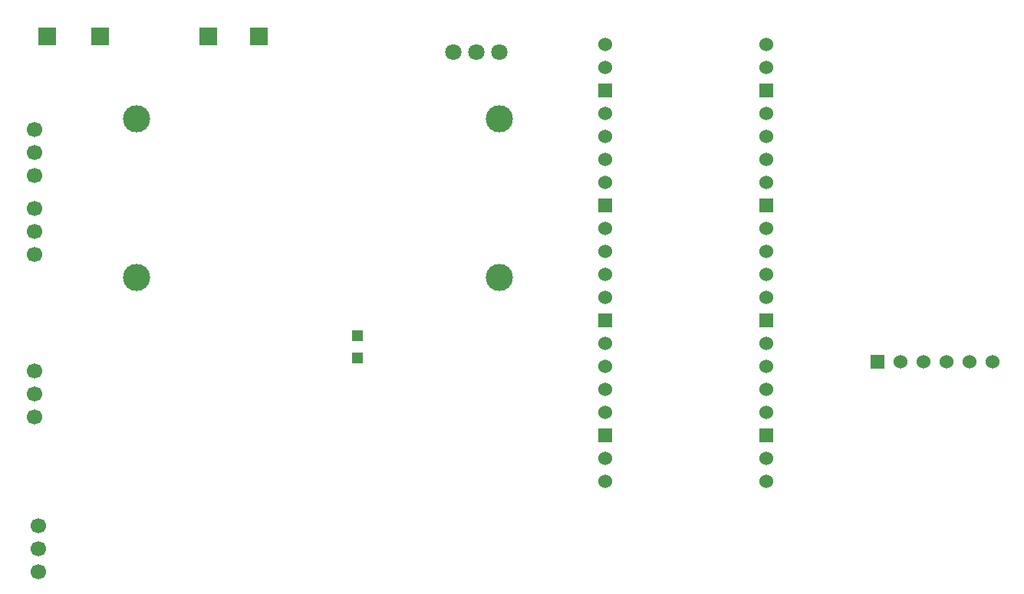
<source format=gbl>
G04 Layer: BottomLayer*
G04 EasyEDA v6.5.9, 2022-08-08 08:54:15*
G04 dbf975fc70ca49248872ab73744ea534,d11c6626c55947548156d30ff75eed07,10*
G04 Gerber Generator version 0.2*
G04 Scale: 100 percent, Rotated: No, Reflected: No *
G04 Dimensions in millimeters *
G04 leading zeros omitted , absolute positions ,4 integer and 5 decimal *
%FSLAX45Y45*%
%MOMM*%

%ADD10R,1.5240X1.5240*%
%ADD11C,1.5240*%
%ADD12C,1.7000*%
%ADD13C,3.0000*%
%ADD14C,1.8000*%

%LPD*%
D10*
G01*
X9778974Y2908300D03*
D11*
G01*
X10032974Y2908300D03*
G01*
X10286974Y2908300D03*
G01*
X10540974Y2908300D03*
G01*
X10794974Y2908300D03*
G01*
X11048974Y2908300D03*
G01*
X6769074Y6413500D03*
G01*
X6769074Y6159500D03*
G36*
X6692879Y5981689D02*
G01*
X6845279Y5981689D01*
X6845279Y5829289D01*
X6692879Y5829289D01*
G37*
G36*
X6692879Y2171689D02*
G01*
X6845279Y2171689D01*
X6845279Y2019289D01*
X6692879Y2019289D01*
G37*
G01*
X6769074Y1841500D03*
G01*
X6769074Y1587500D03*
G01*
X8547074Y1587500D03*
G01*
X8547074Y1841500D03*
G36*
X8470879Y2171689D02*
G01*
X8623279Y2171689D01*
X8623279Y2019289D01*
X8470879Y2019289D01*
G37*
G01*
X8547074Y2349500D03*
G01*
X8547074Y2603500D03*
G01*
X8547074Y2857500D03*
G01*
X8547074Y3111500D03*
G36*
X8470879Y3441689D02*
G01*
X8623279Y3441689D01*
X8623279Y3289289D01*
X8470879Y3289289D01*
G37*
G01*
X8547074Y3619500D03*
G01*
X8547074Y3873500D03*
G01*
X8547074Y4127500D03*
G01*
X8547074Y4381500D03*
G36*
X8470879Y4711689D02*
G01*
X8623279Y4711689D01*
X8623279Y4559289D01*
X8470879Y4559289D01*
G37*
G01*
X8547074Y4889500D03*
G01*
X8547074Y5143500D03*
G01*
X8547074Y5397500D03*
G01*
X8547074Y5651500D03*
G36*
X8470879Y5981689D02*
G01*
X8623279Y5981689D01*
X8623279Y5829289D01*
X8470879Y5829289D01*
G37*
G01*
X8547074Y6159500D03*
G01*
X8547074Y6413500D03*
G01*
X6769074Y5651500D03*
G01*
X6769074Y5397500D03*
G01*
X6769074Y5143500D03*
G01*
X6769074Y4889500D03*
G36*
X6692879Y4711689D02*
G01*
X6845279Y4711689D01*
X6845279Y4559289D01*
X6692879Y4559289D01*
G37*
G01*
X6769074Y4381500D03*
G01*
X6769074Y4127500D03*
G01*
X6769074Y3873500D03*
G01*
X6769074Y3619500D03*
G36*
X6692879Y3441689D02*
G01*
X6845279Y3441689D01*
X6845279Y3289289D01*
X6692879Y3289289D01*
G37*
G01*
X6769074Y3111500D03*
G01*
X6769074Y2857500D03*
G01*
X6769074Y2603500D03*
G01*
X6769074Y2349500D03*
D12*
G01*
X469900Y5473496D03*
G01*
X469900Y5219496D03*
G01*
X469900Y4965496D03*
G01*
X469900Y2806700D03*
G01*
X469900Y2552700D03*
G01*
X469900Y2298700D03*
G01*
X469900Y4597400D03*
G01*
X469900Y4343400D03*
G01*
X469900Y4089400D03*
G01*
X514197Y584200D03*
G01*
X514197Y838200D03*
G01*
X514197Y1092200D03*
G36*
X1093795Y6602389D02*
G01*
X1293794Y6602389D01*
X1293794Y6402390D01*
X1093795Y6402390D01*
G37*
G36*
X2846395Y6602387D02*
G01*
X3046394Y6602387D01*
X3046394Y6402387D01*
X2846395Y6402387D01*
G37*
G36*
X3978013Y3258433D02*
G01*
X4099171Y3258433D01*
X4099171Y3137275D01*
X3978013Y3137275D01*
G37*
G36*
X3978013Y3009513D02*
G01*
X4099171Y3009513D01*
X4099171Y2888355D01*
X3978013Y2888355D01*
G37*
D13*
G01*
X1600197Y5587989D03*
G01*
X1600197Y3835389D03*
G01*
X5600697Y5587989D03*
G01*
X5600697Y3835389D03*
G36*
X2287600Y6602399D02*
G01*
X2487599Y6602399D01*
X2487599Y6402400D01*
X2287600Y6402400D01*
G37*
G36*
X509600Y6602399D02*
G01*
X709599Y6602399D01*
X709599Y6402400D01*
X509600Y6402400D01*
G37*
D14*
G01*
X5092689Y6324587D03*
G01*
X5346689Y6324587D03*
G01*
X5600689Y6324587D03*
M02*

</source>
